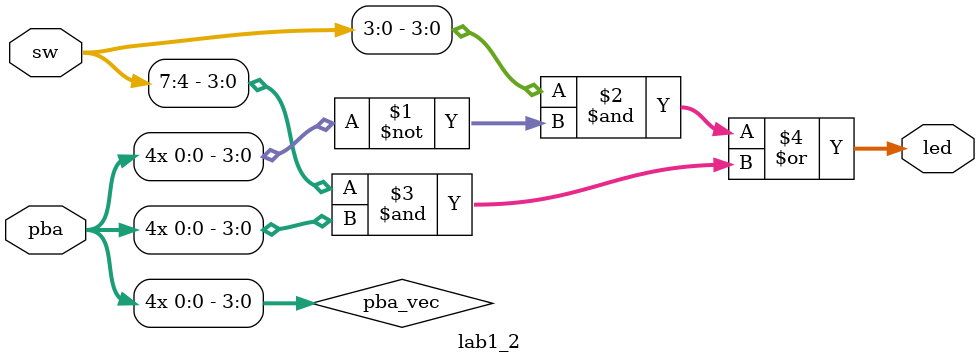
<source format=v>
module lab1_2(sw, led, pba);
input [7:0] sw;
input pba;
output [3:0] led;

wire [3:0] pba_vec;
assign pba_vec = {4 {pba}};

assign led = (sw[3:0] & ~pba_vec) | (sw[7:4] & pba_vec);

endmodule

</source>
